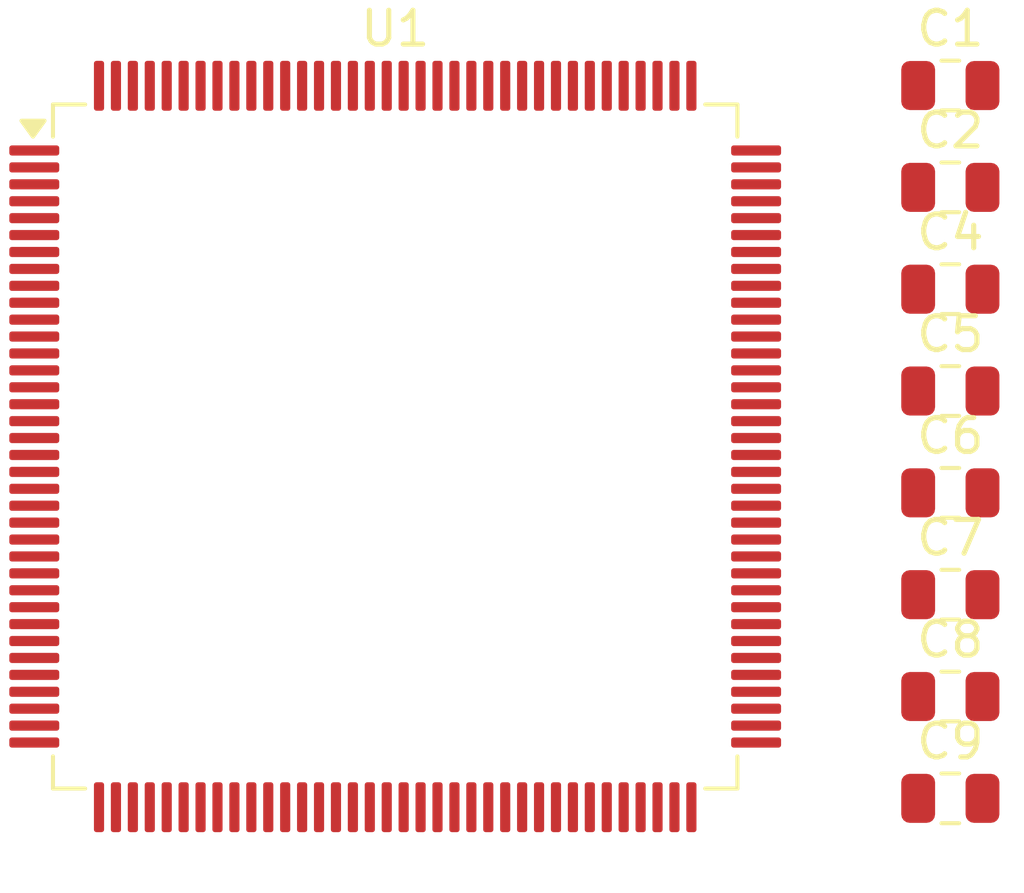
<source format=kicad_pcb>
(kicad_pcb (version 20241229) (generator "pcbnew") (generator_version "9.0")
  (layers (0 "F.Cu" signal) (2 "B.Cu" signal) (13 "F.Paste" user) (15 "B.Paste" user) (5 "F.SilkS" user "F.Silkscreen") (7 "B.SilkS" user "B.Silkscreen") (1 "F.Mask" user) (3 "B.Mask" user) (25 "Edge.Cuts" user))
  (net 0 "")
  (net 1 "BATT_IN")
  (net 2 "GND")
  (net 17 "Net-(U1-VSS-Pad107)")
  (footprint "Capacitor_SMD:C_0805_2012Metric" (layer "F.Cu") (at 51.55 42.95)
    (property "Reference" "C4" (at 0 -1.68 0) (layer "F.SilkS"))
    (property "Value" "2.2uF")
    (fp_line (start -0.261252 -0.735) (end 0.261252 -0.735) (stroke (width 0.12)) (layer "F.SilkS"))
    (fp_line (start -0.261252 0.735) (end 0.261252 0.735) (stroke (width 0.12)) (layer "F.SilkS"))
    (pad "1" smd roundrect (at -0.95 0) (size 1 1.45) (layers "F.Cu" "F.Mask" "F.Paste") (net 2 "GND"))
    (pad "2" smd roundrect (at 0.95 0) (size 1 1.45) (layers "F.Cu" "F.Mask" "F.Paste") (net 1 "BATT_IN"))
  )
  (footprint "Capacitor_SMD:C_0805_2012Metric" (layer "F.Cu") (at 51.55 48.97)
    (property "Reference" "C6" (at 0 -1.68 0) (layer "F.SilkS"))
    (property "Value" "2.2uF")
    (fp_line (start -0.261252 -0.735) (end 0.261252 -0.735) (stroke (width 0.12)) (layer "F.SilkS"))
    (fp_line (start -0.261252 0.735) (end 0.261252 0.735) (stroke (width 0.12)) (layer "F.SilkS"))
    (pad "1" smd roundrect (at -0.95 0) (size 1 1.45) (layers "F.Cu" "F.Mask" "F.Paste") (net 2 "GND"))
    (pad "2" smd roundrect (at 0.95 0) (size 1 1.45) (layers "F.Cu" "F.Mask" "F.Paste") (net 1 "BATT_IN"))
  )
  (footprint "Capacitor_SMD:C_0805_2012Metric" (layer "F.Cu") (at 51.55 45.96)
    (property "Reference" "C5" (at 0 -1.68 0) (layer "F.SilkS"))
    (property "Value" ".1uF")
    (fp_line (start -0.261252 -0.735) (end 0.261252 -0.735) (stroke (width 0.12)) (layer "F.SilkS"))
    (fp_line (start -0.261252 0.735) (end 0.261252 0.735) (stroke (width 0.12)) (layer "F.SilkS"))
    (pad "1" smd roundrect (at -0.95 0) (size 1 1.45) (layers "F.Cu" "F.Mask" "F.Paste") (net 2 "GND"))
    (pad "2" smd roundrect (at 0.95 0) (size 1 1.45) (layers "F.Cu" "F.Mask" "F.Paste") (net 1 "BATT_IN"))
  )
  (footprint "Capacitor_SMD:C_0805_2012Metric" (layer "F.Cu") (at 51.55 39.94)
    (property "Reference" "C2" (at 0 -1.68 0) (layer "F.SilkS"))
    (property "Value" ".1uF")
    (fp_line (start -0.261252 -0.735) (end 0.261252 -0.735) (stroke (width 0.12)) (layer "F.SilkS"))
    (fp_line (start -0.261252 0.735) (end 0.261252 0.735) (stroke (width 0.12)) (layer "F.SilkS"))
    (pad "1" smd roundrect (at -0.95 0) (size 1 1.45) (layers "F.Cu" "F.Mask" "F.Paste") (net 2 "GND"))
    (pad "2" smd roundrect (at 0.95 0) (size 1 1.45) (layers "F.Cu" "F.Mask" "F.Paste") (net 1 "BATT_IN"))
  )
  (footprint "Capacitor_SMD:C_0805_2012Metric" (layer "F.Cu") (at 51.55 36.93)
    (property "Reference" "C1" (at 0 -1.68 0) (layer "F.SilkS"))
    (property "Value" "2.2uF")
    (fp_line (start -0.261252 -0.735) (end 0.261252 -0.735) (stroke (width 0.12)) (layer "F.SilkS"))
    (fp_line (start -0.261252 0.735) (end 0.261252 0.735) (stroke (width 0.12)) (layer "F.SilkS"))
    (pad "1" smd roundrect (at -0.95 0) (size 1 1.45) (layers "F.Cu" "F.Mask" "F.Paste") (net 2 "GND"))
    (pad "2" smd roundrect (at 0.95 0) (size 1 1.45) (layers "F.Cu" "F.Mask" "F.Paste") (net 1 "BATT_IN"))
  )
  (footprint "Capacitor_SMD:C_0805_2012Metric" (layer "F.Cu") (at 51.55 58)
    (property "Reference" "C9" (at 0 -1.68 0) (layer "F.SilkS"))
    (property "Value" ".1uF")
    (fp_line (start -0.261252 -0.735) (end 0.261252 -0.735) (stroke (width 0.12)) (layer "F.SilkS"))
    (fp_line (start -0.261252 0.735) (end 0.261252 0.735) (stroke (width 0.12)) (layer "F.SilkS"))
    (pad "1" smd roundrect (at -0.95 0) (size 1 1.45) (layers "F.Cu" "F.Mask" "F.Paste") (net 2 "GND"))
    (pad "2" smd roundrect (at 0.95 0) (size 1 1.45) (layers "F.Cu" "F.Mask" "F.Paste") (net 1 "BATT_IN"))
  )
  (footprint "Package_QFP:LQFP-144_20x20mm_P0.5mm" (layer "F.Cu") (at 35.15 47.6)
    (property "Reference" "U1" (at 0 -12.35 0) (layer "F.SilkS"))
    (property "Value" "STM32H753ZITx")
    (fp_line (start -10.11 -10.11) (end -10.11 -9.16) (stroke (width 0.12)) (layer "F.SilkS"))
    (fp_line (start -10.11 10.11) (end -10.11 9.16) (stroke (width 0.12)) (layer "F.SilkS"))
    (fp_line (start -9.16 -10.11) (end -10.11 -10.11) (stroke (width 0.12)) (layer "F.SilkS"))
    (fp_line (start -9.16 10.11) (end -10.11 10.11) (stroke (width 0.12)) (layer "F.SilkS"))
    (fp_line (start 9.16 -10.11) (end 10.11 -10.11) (stroke (width 0.12)) (layer "F.SilkS"))
    (fp_line (start 9.16 10.11) (end 10.11 10.11) (stroke (width 0.12)) (layer "F.SilkS"))
    (fp_line (start 10.11 -10.11) (end 10.11 -9.16) (stroke (width 0.12)) (layer "F.SilkS"))
    (fp_line (start 10.11 10.11) (end 10.11 9.16) (stroke (width 0.12)) (layer "F.SilkS"))
    (fp_poly (pts (xy -10.7 -9.16) (xy -11.04 -9.63) (xy -10.36 -9.63)) (stroke (width 0.12)) (fill yes) (layer "F.SilkS"))
    (pad "1" smd roundrect (at -10.6625 -8.75) (size 1.475 0.3) (layers "F.Cu" "F.Mask" "F.Paste"))
    (pad "2" smd roundrect (at -10.6625 -8.25) (size 1.475 0.3) (layers "F.Cu" "F.Mask" "F.Paste"))
    (pad "3" smd roundrect (at -10.6625 -7.75) (size 1.475 0.3) (layers "F.Cu" "F.Mask" "F.Paste"))
    (pad "4" smd roundrect (at -10.6625 -7.25) (size 1.475 0.3) (layers "F.Cu" "F.Mask" "F.Paste"))
    (pad "5" smd roundrect (at -10.6625 -6.75) (size 1.475 0.3) (layers "F.Cu" "F.Mask" "F.Paste"))
    (pad "6" smd roundrect (at -10.6625 -6.25) (size 1.475 0.3) (layers "F.Cu" "F.Mask" "F.Paste"))
    (pad "7" smd roundrect (at -10.6625 -5.75) (size 1.475 0.3) (layers "F.Cu" "F.Mask" "F.Paste"))
    (pad "8" smd roundrect (at -10.6625 -5.25) (size 1.475 0.3) (layers "F.Cu" "F.Mask" "F.Paste"))
    (pad "9" smd roundrect (at -10.6625 -4.75) (size 1.475 0.3) (layers "F.Cu" "F.Mask" "F.Paste"))
    (pad "10" smd roundrect (at -10.6625 -4.25) (size 1.475 0.3) (layers "F.Cu" "F.Mask" "F.Paste"))
    (pad "11" smd roundrect (at -10.6625 -3.75) (size 1.475 0.3) (layers "F.Cu" "F.Mask" "F.Paste"))
    (pad "12" smd roundrect (at -10.6625 -3.25) (size 1.475 0.3) (layers "F.Cu" "F.Mask" "F.Paste"))
    (pad "13" smd roundrect (at -10.6625 -2.75) (size 1.475 0.3) (layers "F.Cu" "F.Mask" "F.Paste"))
    (pad "14" smd roundrect (at -10.6625 -2.25) (size 1.475 0.3) (layers "F.Cu" "F.Mask" "F.Paste"))
    (pad "15" smd roundrect (at -10.6625 -1.75) (size 1.475 0.3) (layers "F.Cu" "F.Mask" "F.Paste"))
    (pad "16" smd roundrect (at -10.6625 -1.25) (size 1.475 0.3) (layers "F.Cu" "F.Mask" "F.Paste") (net 17 "Net-(U1-VSS-Pad107)"))
    (pad "17" smd roundrect (at -10.6625 -0.75) (size 1.475 0.3) (layers "F.Cu" "F.Mask" "F.Paste"))
    (pad "18" smd roundrect (at -10.6625 -0.25) (size 1.475 0.3) (layers "F.Cu" "F.Mask" "F.Paste"))
    (pad "19" smd roundrect (at -10.6625 0.25) (size 1.475 0.3) (layers "F.Cu" "F.Mask" "F.Paste"))
    (pad "20" smd roundrect (at -10.6625 0.75) (size 1.475 0.3) (layers "F.Cu" "F.Mask" "F.Paste"))
    (pad "21" smd roundrect (at -10.6625 1.25) (size 1.475 0.3) (layers "F.Cu" "F.Mask" "F.Paste"))
    (pad "22" smd roundrect (at -10.6625 1.75) (size 1.475 0.3) (layers "F.Cu" "F.Mask" "F.Paste"))
    (pad "23" smd roundrect (at -10.6625 2.25) (size 1.475 0.3) (layers "F.Cu" "F.Mask" "F.Paste"))
    (pad "24" smd roundrect (at -10.6625 2.75) (size 1.475 0.3) (layers "F.Cu" "F.Mask" "F.Paste"))
    (pad "25" smd roundrect (at -10.6625 3.25) (size 1.475 0.3) (layers "F.Cu" "F.Mask" "F.Paste"))
    (pad "26" smd roundrect (at -10.6625 3.75) (size 1.475 0.3) (layers "F.Cu" "F.Mask" "F.Paste"))
    (pad "27" smd roundrect (at -10.6625 4.25) (size 1.475 0.3) (layers "F.Cu" "F.Mask" "F.Paste"))
    (pad "28" smd roundrect (at -10.6625 4.75) (size 1.475 0.3) (layers "F.Cu" "F.Mask" "F.Paste"))
    (pad "29" smd roundrect (at -10.6625 5.25) (size 1.475 0.3) (layers "F.Cu" "F.Mask" "F.Paste"))
    (pad "30" smd roundrect (at -10.6625 5.75) (size 1.475 0.3) (layers "F.Cu" "F.Mask" "F.Paste"))
    (pad "31" smd roundrect (at -10.6625 6.25) (size 1.475 0.3) (layers "F.Cu" "F.Mask" "F.Paste"))
    (pad "32" smd roundrect (at -10.6625 6.75) (size 1.475 0.3) (layers "F.Cu" "F.Mask" "F.Paste"))
    (pad "33" smd roundrect (at -10.6625 7.25) (size 1.475 0.3) (layers "F.Cu" "F.Mask" "F.Paste"))
    (pad "34" smd roundrect (at -10.6625 7.75) (size 1.475 0.3) (layers "F.Cu" "F.Mask" "F.Paste"))
    (pad "35" smd roundrect (at -10.6625 8.25) (size 1.475 0.3) (layers "F.Cu" "F.Mask" "F.Paste"))
    (pad "36" smd roundrect (at -10.6625 8.75) (size 1.475 0.3) (layers "F.Cu" "F.Mask" "F.Paste"))
    (pad "37" smd roundrect (at -8.75 10.6625) (size 0.3 1.475) (layers "F.Cu" "F.Mask" "F.Paste"))
    (pad "38" smd roundrect (at -8.25 10.6625) (size 0.3 1.475) (layers "F.Cu" "F.Mask" "F.Paste") (net 17 "Net-(U1-VSS-Pad107)"))
    (pad "39" smd roundrect (at -7.75 10.6625) (size 0.3 1.475) (layers "F.Cu" "F.Mask" "F.Paste"))
    (pad "40" smd roundrect (at -7.25 10.6625) (size 0.3 1.475) (layers "F.Cu" "F.Mask" "F.Paste"))
    (pad "41" smd roundrect (at -6.75 10.6625) (size 0.3 1.475) (layers "F.Cu" "F.Mask" "F.Paste"))
    (pad "42" smd roundrect (at -6.25 10.6625) (size 0.3 1.475) (layers "F.Cu" "F.Mask" "F.Paste"))
    (pad "43" smd roundrect (at -5.75 10.6625) (size 0.3 1.475) (layers "F.Cu" "F.Mask" "F.Paste"))
    (pad "44" smd roundrect (at -5.25 10.6625) (size 0.3 1.475) (layers "F.Cu" "F.Mask" "F.Paste"))
    (pad "45" smd roundrect (at -4.75 10.6625) (size 0.3 1.475) (layers "F.Cu" "F.Mask" "F.Paste"))
    (pad "46" smd roundrect (at -4.25 10.6625) (size 0.3 1.475) (layers "F.Cu" "F.Mask" "F.Paste"))
    (pad "47" smd roundrect (at -3.75 10.6625) (size 0.3 1.475) (layers "F.Cu" "F.Mask" "F.Paste"))
    (pad "48" smd roundrect (at -3.25 10.6625) (size 0.3 1.475) (layers "F.Cu" "F.Mask" "F.Paste"))
    (pad "49" smd roundrect (at -2.75 10.6625) (size 0.3 1.475) (layers "F.Cu" "F.Mask" "F.Paste"))
    (pad "50" smd roundrect (at -2.25 10.6625) (size 0.3 1.475) (layers "F.Cu" "F.Mask" "F.Paste"))
    (pad "51" smd roundrect (at -1.75 10.6625) (size 0.3 1.475) (layers "F.Cu" "F.Mask" "F.Paste") (net 17 "Net-(U1-VSS-Pad107)"))
    (pad "52" smd roundrect (at -1.25 10.6625) (size 0.3 1.475) (layers "F.Cu" "F.Mask" "F.Paste"))
    (pad "53" smd roundrect (at -0.75 10.6625) (size 0.3 1.475) (layers "F.Cu" "F.Mask" "F.Paste"))
    (pad "54" smd roundrect (at -0.25 10.6625) (size 0.3 1.475) (layers "F.Cu" "F.Mask" "F.Paste"))
    (pad "55" smd roundrect (at 0.25 10.6625) (size 0.3 1.475) (layers "F.Cu" "F.Mask" "F.Paste"))
    (pad "56" smd roundrect (at 0.75 10.6625) (size 0.3 1.475) (layers "F.Cu" "F.Mask" "F.Paste"))
    (pad "57" smd roundrect (at 1.25 10.6625) (size 0.3 1.475) (layers "F.Cu" "F.Mask" "F.Paste"))
    (pad "58" smd roundrect (at 1.75 10.6625) (size 0.3 1.475) (layers "F.Cu" "F.Mask" "F.Paste"))
    (pad "59" smd roundrect (at 2.25 10.6625) (size 0.3 1.475) (layers "F.Cu" "F.Mask" "F.Paste"))
    (pad "60" smd roundrect (at 2.75 10.6625) (size 0.3 1.475) (layers "F.Cu" "F.Mask" "F.Paste"))
    (pad "61" smd roundrect (at 3.25 10.6625) (size 0.3 1.475) (layers "F.Cu" "F.Mask" "F.Paste") (net 17 "Net-(U1-VSS-Pad107)"))
    (pad "62" smd roundrect (at 3.75 10.6625) (size 0.3 1.475) (layers "F.Cu" "F.Mask" "F.Paste"))
    (pad "63" smd roundrect (at 4.25 10.6625) (size 0.3 1.475) (layers "F.Cu" "F.Mask" "F.Paste"))
    (pad "64" smd roundrect (at 4.75 10.6625) (size 0.3 1.475) (layers "F.Cu" "F.Mask" "F.Paste"))
    (pad "65" smd roundrect (at 5.25 10.6625) (size 0.3 1.475) (layers "F.Cu" "F.Mask" "F.Paste"))
    (pad "66" smd roundrect (at 5.75 10.6625) (size 0.3 1.475) (layers "F.Cu" "F.Mask" "F.Paste"))
    (pad "67" smd roundrect (at 6.25 10.6625) (size 0.3 1.475) (layers "F.Cu" "F.Mask" "F.Paste"))
    (pad "68" smd roundrect (at 6.75 10.6625) (size 0.3 1.475) (layers "F.Cu" "F.Mask" "F.Paste"))
    (pad "69" smd roundrect (at 7.25 10.6625) (size 0.3 1.475) (layers "F.Cu" "F.Mask" "F.Paste"))
    (pad "70" smd roundrect (at 7.75 10.6625) (size 0.3 1.475) (layers "F.Cu" "F.Mask" "F.Paste"))
    (pad "71" smd roundrect (at 8.25 10.6625) (size 0.3 1.475) (layers "F.Cu" "F.Mask" "F.Paste"))
    (pad "72" smd roundrect (at 8.75 10.6625) (size 0.3 1.475) (layers "F.Cu" "F.Mask" "F.Paste"))
    (pad "73" smd roundrect (at 10.6625 8.75) (size 1.475 0.3) (layers "F.Cu" "F.Mask" "F.Paste"))
    (pad "74" smd roundrect (at 10.6625 8.25) (size 1.475 0.3) (layers "F.Cu" "F.Mask" "F.Paste"))
    (pad "75" smd roundrect (at 10.6625 7.75) (size 1.475 0.3) (layers "F.Cu" "F.Mask" "F.Paste"))
    (pad "76" smd roundrect (at 10.6625 7.25) (size 1.475 0.3) (layers "F.Cu" "F.Mask" "F.Paste"))
    (pad "77" smd roundrect (at 10.6625 6.75) (size 1.475 0.3) (layers "F.Cu" "F.Mask" "F.Paste"))
    (pad "78" smd roundrect (at 10.6625 6.25) (size 1.475 0.3) (layers "F.Cu" "F.Mask" "F.Paste"))
    (pad "79" smd roundrect (at 10.6625 5.75) (size 1.475 0.3) (layers "F.Cu" "F.Mask" "F.Paste"))
    (pad "80" smd roundrect (at 10.6625 5.25) (size 1.475 0.3) (layers "F.Cu" "F.Mask" "F.Paste"))
    (pad "81" smd roundrect (at 10.6625 4.75) (size 1.475 0.3) (layers "F.Cu" "F.Mask" "F.Paste"))
    (pad "82" smd roundrect (at 10.6625 4.25) (size 1.475 0.3) (layers "F.Cu" "F.Mask" "F.Paste"))
    (pad "83" smd roundrect (at 10.6625 3.75) (size 1.475 0.3) (layers "F.Cu" "F.Mask" "F.Paste") (net 17 "Net-(U1-VSS-Pad107)"))
    (pad "84" smd roundrect (at 10.6625 3.25) (size 1.475 0.3) (layers "F.Cu" "F.Mask" "F.Paste"))
    (pad "85" smd roundrect (at 10.6625 2.75) (size 1.475 0.3) (layers "F.Cu" "F.Mask" "F.Paste"))
    (pad "86" smd roundrect (at 10.6625 2.25) (size 1.475 0.3) (layers "F.Cu" "F.Mask" "F.Paste"))
    (pad "87" smd roundrect (at 10.6625 1.75) (size 1.475 0.3) (layers "F.Cu" "F.Mask" "F.Paste"))
    (pad "88" smd roundrect (at 10.6625 1.25) (size 1.475 0.3) (layers "F.Cu" "F.Mask" "F.Paste"))
    (pad "89" smd roundrect (at 10.6625 0.75) (size 1.475 0.3) (layers "F.Cu" "F.Mask" "F.Paste"))
    (pad "90" smd roundrect (at 10.6625 0.25) (size 1.475 0.3) (layers "F.Cu" "F.Mask" "F.Paste"))
    (pad "91" smd roundrect (at 10.6625 -0.25) (size 1.475 0.3) (layers "F.Cu" "F.Mask" "F.Paste"))
    (pad "92" smd roundrect (at 10.6625 -0.75) (size 1.475 0.3) (layers "F.Cu" "F.Mask" "F.Paste"))
    (pad "93" smd roundrect (at 10.6625 -1.25) (size 1.475 0.3) (layers "F.Cu" "F.Mask" "F.Paste"))
    (pad "94" smd roundrect (at 10.6625 -1.75) (size 1.475 0.3) (layers "F.Cu" "F.Mask" "F.Paste") (net 17 "Net-(U1-VSS-Pad107)"))
    (pad "95" smd roundrect (at 10.6625 -2.25) (size 1.475 0.3) (layers "F.Cu" "F.Mask" "F.Paste"))
    (pad "96" smd roundrect (at 10.6625 -2.75) (size 1.475 0.3) (layers "F.Cu" "F.Mask" "F.Paste"))
    (pad "97" smd roundrect (at 10.6625 -3.25) (size 1.475 0.3) (layers "F.Cu" "F.Mask" "F.Paste"))
    (pad "98" smd roundrect (at 10.6625 -3.75) (size 1.475 0.3) (layers "F.Cu" "F.Mask" "F.Paste"))
    (pad "99" smd roundrect (at 10.6625 -4.25) (size 1.475 0.3) (layers "F.Cu" "F.Mask" "F.Paste"))
    (pad "100" smd roundrect (at 10.6625 -4.75) (size 1.475 0.3) (layers "F.Cu" "F.Mask" "F.Paste"))
    (pad "101" smd roundrect (at 10.6625 -5.25) (size 1.475 0.3) (layers "F.Cu" "F.Mask" "F.Paste"))
    (pad "102" smd roundrect (at 10.6625 -5.75) (size 1.475 0.3) (layers "F.Cu" "F.Mask" "F.Paste"))
    (pad "103" smd roundrect (at 10.6625 -6.25) (size 1.475 0.3) (layers "F.Cu" "F.Mask" "F.Paste"))
    (pad "104" smd roundrect (at 10.6625 -6.75) (size 1.475 0.3) (layers "F.Cu" "F.Mask" "F.Paste"))
    (pad "105" smd roundrect (at 10.6625 -7.25) (size 1.475 0.3) (layers "F.Cu" "F.Mask" "F.Paste"))
    (pad "106" smd roundrect (at 10.6625 -7.75) (size 1.475 0.3) (layers "F.Cu" "F.Mask" "F.Paste"))
    (pad "107" smd roundrect (at 10.6625 -8.25) (size 1.475 0.3) (layers "F.Cu" "F.Mask" "F.Paste") (net 17 "Net-(U1-VSS-Pad107)"))
    (pad "108" smd roundrect (at 10.6625 -8.75) (size 1.475 0.3) (layers "F.Cu" "F.Mask" "F.Paste"))
    (pad "109" smd roundrect (at 8.75 -10.6625) (size 0.3 1.475) (layers "F.Cu" "F.Mask" "F.Paste"))
    (pad "110" smd roundrect (at 8.25 -10.6625) (size 0.3 1.475) (layers "F.Cu" "F.Mask" "F.Paste"))
    (pad "111" smd roundrect (at 7.75 -10.6625) (size 0.3 1.475) (layers "F.Cu" "F.Mask" "F.Paste"))
    (pad "112" smd roundrect (at 7.25 -10.6625) (size 0.3 1.475) (layers "F.Cu" "F.Mask" "F.Paste"))
    (pad "113" smd roundrect (at 6.75 -10.6625) (size 0.3 1.475) (layers "F.Cu" "F.Mask" "F.Paste"))
    (pad "114" smd roundrect (at 6.25 -10.6625) (size 0.3 1.475) (layers "F.Cu" "F.Mask" "F.Paste"))
    (pad "115" smd roundrect (at 5.75 -10.6625) (size 0.3 1.475) (layers "F.Cu" "F.Mask" "F.Paste"))
    (pad "116" smd roundrect (at 5.25 -10.6625) (size 0.3 1.475) (layers "F.Cu" "F.Mask" "F.Paste"))
    (pad "117" smd roundrect (at 4.75 -10.6625) (size 0.3 1.475) (layers "F.Cu" "F.Mask" "F.Paste"))
    (pad "118" smd roundrect (at 4.25 -10.6625) (size 0.3 1.475) (layers "F.Cu" "F.Mask" "F.Paste"))
    (pad "119" smd roundrect (at 3.75 -10.6625) (size 0.3 1.475) (layers "F.Cu" "F.Mask" "F.Paste"))
    (pad "120" smd roundrect (at 3.25 -10.6625) (size 0.3 1.475) (layers "F.Cu" "F.Mask" "F.Paste") (net 17 "Net-(U1-VSS-Pad107)"))
    (pad "121" smd roundrect (at 2.75 -10.6625) (size 0.3 1.475) (layers "F.Cu" "F.Mask" "F.Paste"))
    (pad "122" smd roundrect (at 2.25 -10.6625) (size 0.3 1.475) (layers "F.Cu" "F.Mask" "F.Paste"))
    (pad "123" smd roundrect (at 1.75 -10.6625) (size 0.3 1.475) (layers "F.Cu" "F.Mask" "F.Paste"))
    (pad "124" smd roundrect (at 1.25 -10.6625) (size 0.3 1.475) (layers "F.Cu" "F.Mask" "F.Paste"))
    (pad "125" smd roundrect (at 0.75 -10.6625) (size 0.3 1.475) (layers "F.Cu" "F.Mask" "F.Paste"))
    (pad "126" smd roundrect (at 0.25 -10.6625) (size 0.3 1.475) (layers "F.Cu" "F.Mask" "F.Paste"))
    (pad "127" smd roundrect (at -0.25 -10.6625) (size 0.3 1.475) (layers "F.Cu" "F.Mask" "F.Paste"))
    (pad "128" smd roundrect (at -0.75 -10.6625) (size 0.3 1.475) (layers "F.Cu" "F.Mask" "F.Paste"))
    (pad "129" smd roundrect (at -1.25 -10.6625) (size 0.3 1.475) (layers "F.Cu" "F.Mask" "F.Paste"))
    (pad "130" smd roundrect (at -1.75 -10.6625) (size 0.3 1.475) (layers "F.Cu" "F.Mask" "F.Paste") (net 17 "Net-(U1-VSS-Pad107)"))
    (pad "131" smd roundrect (at -2.25 -10.6625) (size 0.3 1.475) (layers "F.Cu" "F.Mask" "F.Paste"))
    (pad "132" smd roundrect (at -2.75 -10.6625) (size 0.3 1.475) (layers "F.Cu" "F.Mask" "F.Paste"))
    (pad "133" smd roundrect (at -3.25 -10.6625) (size 0.3 1.475) (layers "F.Cu" "F.Mask" "F.Paste"))
    (pad "134" smd roundrect (at -3.75 -10.6625) (size 0.3 1.475) (layers "F.Cu" "F.Mask" "F.Paste"))
    (pad "135" smd roundrect (at -4.25 -10.6625) (size 0.3 1.475) (layers "F.Cu" "F.Mask" "F.Paste"))
    (pad "136" smd roundrect (at -4.75 -10.6625) (size 0.3 1.475) (layers "F.Cu" "F.Mask" "F.Paste"))
    (pad "137" smd roundrect (at -5.25 -10.6625) (size 0.3 1.475) (layers "F.Cu" "F.Mask" "F.Paste"))
    (pad "138" smd roundrect (at -5.75 -10.6625) (size 0.3 1.475) (layers "F.Cu" "F.Mask" "F.Paste"))
    (pad "139" smd roundrect (at -6.25 -10.6625) (size 0.3 1.475) (layers "F.Cu" "F.Mask" "F.Paste"))
    (pad "140" smd roundrect (at -6.75 -10.6625) (size 0.3 1.475) (layers "F.Cu" "F.Mask" "F.Paste"))
    (pad "141" smd roundrect (at -7.25 -10.6625) (size 0.3 1.475) (layers "F.Cu" "F.Mask" "F.Paste"))
    (pad "142" smd roundrect (at -7.75 -10.6625) (size 0.3 1.475) (layers "F.Cu" "F.Mask" "F.Paste"))
    (pad "143" smd roundrect (at -8.25 -10.6625) (size 0.3 1.475) (layers "F.Cu" "F.Mask" "F.Paste"))
    (pad "144" smd roundrect (at -8.75 -10.6625) (size 0.3 1.475) (layers "F.Cu" "F.Mask" "F.Paste"))
  )
  (footprint "Capacitor_SMD:C_0805_2012Metric" (layer "F.Cu") (at 51.55 51.98)
    (property "Reference" "C7" (at 0 -1.68 0) (layer "F.SilkS"))
    (property "Value" "2.2uF")
    (fp_line (start -0.261252 -0.735) (end 0.261252 -0.735) (stroke (width 0.12)) (layer "F.SilkS"))
    (fp_line (start -0.261252 0.735) (end 0.261252 0.735) (stroke (width 0.12)) (layer "F.SilkS"))
    (pad "1" smd roundrect (at -0.95 0) (size 1 1.45) (layers "F.Cu" "F.Mask" "F.Paste") (net 2 "GND"))
    (pad "2" smd roundrect (at 0.95 0) (size 1 1.45) (layers "F.Cu" "F.Mask" "F.Paste") (net 1 "BATT_IN"))
  )
  (footprint "Capacitor_SMD:C_0805_2012Metric" (layer "F.Cu") (at 51.55 54.99)
    (property "Reference" "C8" (at 0 -1.68 0) (layer "F.SilkS"))
    (property "Value" ".1uF")
    (fp_line (start -0.261252 -0.735) (end 0.261252 -0.735) (stroke (width 0.12)) (layer "F.SilkS"))
    (fp_line (start -0.261252 0.735) (end 0.261252 0.735) (stroke (width 0.12)) (layer "F.SilkS"))
    (pad "1" smd roundrect (at -0.95 0) (size 1 1.45) (layers "F.Cu" "F.Mask" "F.Paste") (net 2 "GND"))
    (pad "2" smd roundrect (at 0.95 0) (size 1 1.45) (layers "F.Cu" "F.Mask" "F.Paste") (net 1 "BATT_IN"))
  )
)
</source>
